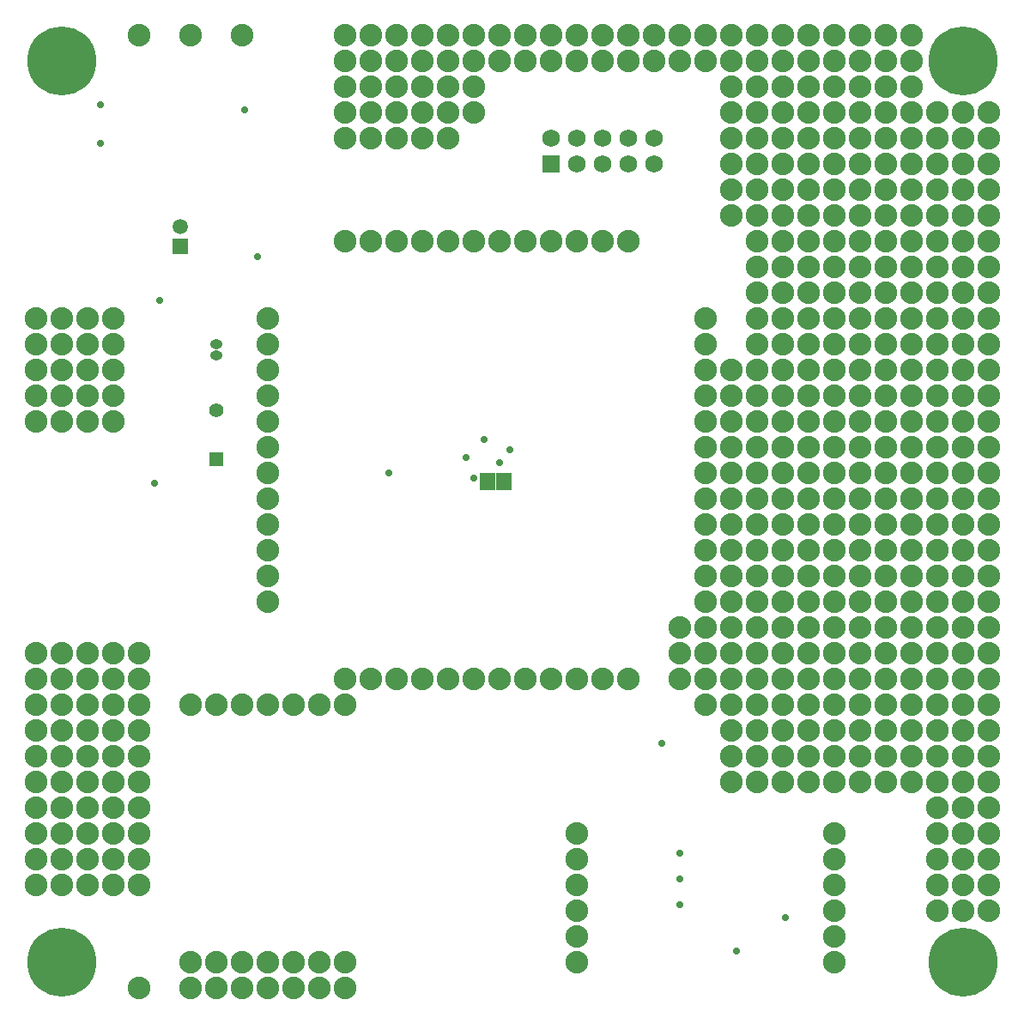
<source format=gbs>
G04 Layer_Color=8150272*
%FSLAX25Y25*%
%MOIN*%
G70*
G01*
G75*
%ADD48R,0.05918X0.06509*%
%ADD58C,0.05918*%
%ADD59R,0.05918X0.05918*%
%ADD60C,0.08800*%
%ADD61C,0.26784*%
%ADD62C,0.06800*%
%ADD63R,0.06800X0.06800*%
%ADD64R,0.05524X0.05524*%
%ADD65C,0.05524*%
%ADD66O,0.04737X0.03753*%
%ADD67C,0.02800*%
D48*
X231850Y246800D02*
D03*
X225550D02*
D03*
D58*
X106000Y345937D02*
D03*
D59*
Y338063D02*
D03*
D60*
X90000Y420000D02*
D03*
Y50000D02*
D03*
X170000D02*
D03*
Y60000D02*
D03*
X120000D02*
D03*
X110000D02*
D03*
X170000Y160000D02*
D03*
X160000D02*
D03*
X150000D02*
D03*
X140000D02*
D03*
X130000D02*
D03*
X120000D02*
D03*
X110000D02*
D03*
X160000Y50000D02*
D03*
Y60000D02*
D03*
X150000Y50000D02*
D03*
Y60000D02*
D03*
X140000Y50000D02*
D03*
Y60000D02*
D03*
X130000Y50000D02*
D03*
Y60000D02*
D03*
X120000Y50000D02*
D03*
X110000D02*
D03*
X260000Y60000D02*
D03*
Y70000D02*
D03*
Y80000D02*
D03*
Y90000D02*
D03*
Y100000D02*
D03*
Y110000D02*
D03*
X360000Y60000D02*
D03*
Y70000D02*
D03*
Y80000D02*
D03*
Y90000D02*
D03*
Y100000D02*
D03*
Y110000D02*
D03*
X140000Y250000D02*
D03*
X280000Y170000D02*
D03*
X200000D02*
D03*
X180000D02*
D03*
X170000D02*
D03*
X310000Y230000D02*
D03*
X140000Y200000D02*
D03*
Y210000D02*
D03*
Y260000D02*
D03*
Y270000D02*
D03*
Y280000D02*
D03*
Y300000D02*
D03*
X180000Y340000D02*
D03*
X210000D02*
D03*
X310000Y200000D02*
D03*
X310000Y210000D02*
D03*
Y220000D02*
D03*
X140000Y290000D02*
D03*
X310000Y240000D02*
D03*
X250000Y340000D02*
D03*
X310000Y250000D02*
D03*
X310000Y260000D02*
D03*
X310000Y270000D02*
D03*
Y280000D02*
D03*
X310000Y290000D02*
D03*
X280000Y340000D02*
D03*
X270000D02*
D03*
X260000Y340000D02*
D03*
X240000D02*
D03*
X230000Y340000D02*
D03*
X220000Y340000D02*
D03*
X200000D02*
D03*
X190000Y340000D02*
D03*
X310000Y300000D02*
D03*
X260016Y170000D02*
D03*
X250000D02*
D03*
X240000D02*
D03*
X230000D02*
D03*
X220000D02*
D03*
X210000D02*
D03*
X170000Y340000D02*
D03*
X190000Y170000D02*
D03*
X140000Y310000D02*
D03*
Y230000D02*
D03*
X270000Y170000D02*
D03*
X310000Y310000D02*
D03*
X140000Y240000D02*
D03*
Y220000D02*
D03*
X130000Y420000D02*
D03*
X110000D02*
D03*
X330000Y370000D02*
D03*
X340000D02*
D03*
X360000D02*
D03*
X350000D02*
D03*
X390000D02*
D03*
X380000D02*
D03*
X370000D02*
D03*
X400000D02*
D03*
X420000D02*
D03*
X410000D02*
D03*
Y360000D02*
D03*
X420000D02*
D03*
X400000D02*
D03*
X370000D02*
D03*
X380000D02*
D03*
X390000D02*
D03*
X350000D02*
D03*
X360000D02*
D03*
X340000D02*
D03*
X330000D02*
D03*
Y340000D02*
D03*
X340000D02*
D03*
X360000D02*
D03*
X350000D02*
D03*
X390000D02*
D03*
X380000D02*
D03*
X370000D02*
D03*
X400000D02*
D03*
X420000D02*
D03*
X410000D02*
D03*
Y350000D02*
D03*
X420000D02*
D03*
X400000D02*
D03*
X370000D02*
D03*
X380000D02*
D03*
X390000D02*
D03*
X350000D02*
D03*
X360000D02*
D03*
X340000D02*
D03*
X330000D02*
D03*
Y320000D02*
D03*
X340000D02*
D03*
X360000D02*
D03*
X350000D02*
D03*
X390000D02*
D03*
X380000D02*
D03*
X370000D02*
D03*
X400000D02*
D03*
X420000D02*
D03*
X410000D02*
D03*
Y330000D02*
D03*
X420000D02*
D03*
X400000D02*
D03*
X370000D02*
D03*
X380000D02*
D03*
X390000D02*
D03*
X350000D02*
D03*
X360000D02*
D03*
X340000D02*
D03*
X330000D02*
D03*
Y300000D02*
D03*
X340000D02*
D03*
X360000D02*
D03*
X350000D02*
D03*
X390000D02*
D03*
X380000D02*
D03*
X370000D02*
D03*
X400000D02*
D03*
X420000D02*
D03*
X410000D02*
D03*
Y310000D02*
D03*
X420000D02*
D03*
X400000D02*
D03*
X370000D02*
D03*
X380000D02*
D03*
X390000D02*
D03*
X350000D02*
D03*
X360000D02*
D03*
X340000D02*
D03*
X330000D02*
D03*
Y280000D02*
D03*
X340000D02*
D03*
X360000D02*
D03*
X350000D02*
D03*
X390000D02*
D03*
X380000D02*
D03*
X370000D02*
D03*
X400000D02*
D03*
X420000D02*
D03*
X410000D02*
D03*
Y290000D02*
D03*
X420000D02*
D03*
X400000D02*
D03*
X370000D02*
D03*
X380000D02*
D03*
X390000D02*
D03*
X350000D02*
D03*
X360000D02*
D03*
X340000D02*
D03*
X330000D02*
D03*
Y380000D02*
D03*
X340000D02*
D03*
X360000D02*
D03*
X350000D02*
D03*
X390000D02*
D03*
X380000D02*
D03*
X370000D02*
D03*
X400000D02*
D03*
X420000D02*
D03*
X410000D02*
D03*
Y390000D02*
D03*
X420000D02*
D03*
X400000D02*
D03*
X370000D02*
D03*
X380000D02*
D03*
X390000D02*
D03*
X350000D02*
D03*
X360000D02*
D03*
X340000D02*
D03*
X330000D02*
D03*
Y210000D02*
D03*
X340000D02*
D03*
X360000D02*
D03*
X350000D02*
D03*
X390000D02*
D03*
X380000D02*
D03*
X370000D02*
D03*
X400000D02*
D03*
X420000D02*
D03*
X410000D02*
D03*
Y200000D02*
D03*
X420000D02*
D03*
X400000D02*
D03*
X370000D02*
D03*
X380000D02*
D03*
X390000D02*
D03*
X350000D02*
D03*
X360000D02*
D03*
X340000D02*
D03*
X330000D02*
D03*
Y230000D02*
D03*
X340000D02*
D03*
X360000D02*
D03*
X350000D02*
D03*
X390000D02*
D03*
X380000D02*
D03*
X370000D02*
D03*
X400000D02*
D03*
X420000D02*
D03*
X410000D02*
D03*
Y220000D02*
D03*
X420000D02*
D03*
X400000D02*
D03*
X370000D02*
D03*
X380000D02*
D03*
X390000D02*
D03*
X350000D02*
D03*
X360000D02*
D03*
X340000D02*
D03*
X330000D02*
D03*
Y250000D02*
D03*
X340000D02*
D03*
X360000D02*
D03*
X350000D02*
D03*
X390000D02*
D03*
X380000D02*
D03*
X370000D02*
D03*
X400000D02*
D03*
X420000D02*
D03*
X410000D02*
D03*
Y240000D02*
D03*
X420000D02*
D03*
X400000D02*
D03*
X370000D02*
D03*
X380000D02*
D03*
X390000D02*
D03*
X350000D02*
D03*
X360000D02*
D03*
X340000D02*
D03*
X330000D02*
D03*
Y270000D02*
D03*
X340000D02*
D03*
X360000D02*
D03*
X350000D02*
D03*
X390000D02*
D03*
X380000D02*
D03*
X370000D02*
D03*
X400000D02*
D03*
X420000D02*
D03*
X410000D02*
D03*
Y260000D02*
D03*
X420000D02*
D03*
X400000D02*
D03*
X370000D02*
D03*
X380000D02*
D03*
X390000D02*
D03*
X350000D02*
D03*
X360000D02*
D03*
X340000D02*
D03*
X330000D02*
D03*
Y180000D02*
D03*
X340000D02*
D03*
X360000D02*
D03*
X350000D02*
D03*
X390000D02*
D03*
X380000D02*
D03*
X370000D02*
D03*
X400000D02*
D03*
X420000D02*
D03*
X410000D02*
D03*
Y190000D02*
D03*
X420000D02*
D03*
X400000D02*
D03*
X370000D02*
D03*
X380000D02*
D03*
X390000D02*
D03*
X350000D02*
D03*
X360000D02*
D03*
X340000D02*
D03*
X330000D02*
D03*
Y160000D02*
D03*
X340000D02*
D03*
X360000D02*
D03*
X350000D02*
D03*
X390000D02*
D03*
X380000D02*
D03*
X370000D02*
D03*
X400000D02*
D03*
X420000D02*
D03*
X410000D02*
D03*
Y170000D02*
D03*
X420000D02*
D03*
X400000D02*
D03*
X370000D02*
D03*
X380000D02*
D03*
X390000D02*
D03*
X350000D02*
D03*
X360000D02*
D03*
X340000D02*
D03*
X330000D02*
D03*
Y140000D02*
D03*
X340000D02*
D03*
X360000D02*
D03*
X350000D02*
D03*
X390000D02*
D03*
X380000D02*
D03*
X370000D02*
D03*
X400000D02*
D03*
X420000D02*
D03*
X410000D02*
D03*
Y130000D02*
D03*
X420000D02*
D03*
X400000D02*
D03*
X370000D02*
D03*
X380000D02*
D03*
X390000D02*
D03*
X350000D02*
D03*
X360000D02*
D03*
X340000D02*
D03*
X330000D02*
D03*
X410000Y150000D02*
D03*
X420000D02*
D03*
X400000D02*
D03*
X370000D02*
D03*
X380000D02*
D03*
X390000D02*
D03*
X350000D02*
D03*
X360000D02*
D03*
X340000D02*
D03*
X330000D02*
D03*
X320000D02*
D03*
Y130000D02*
D03*
Y140000D02*
D03*
Y170000D02*
D03*
Y160000D02*
D03*
Y190000D02*
D03*
Y180000D02*
D03*
Y260000D02*
D03*
Y270000D02*
D03*
Y240000D02*
D03*
Y250000D02*
D03*
Y220000D02*
D03*
Y230000D02*
D03*
Y200000D02*
D03*
Y210000D02*
D03*
Y290000D02*
D03*
Y280000D02*
D03*
X330000Y420000D02*
D03*
X340000D02*
D03*
X360000D02*
D03*
X350000D02*
D03*
X390000D02*
D03*
X380000D02*
D03*
X370000D02*
D03*
Y410000D02*
D03*
X380000D02*
D03*
X390000D02*
D03*
X350000D02*
D03*
X360000D02*
D03*
X340000D02*
D03*
X330000D02*
D03*
X370000Y400000D02*
D03*
X380000D02*
D03*
X390000D02*
D03*
X350000D02*
D03*
X360000D02*
D03*
X340000D02*
D03*
X330000D02*
D03*
X400000Y90000D02*
D03*
X420000D02*
D03*
X410000D02*
D03*
Y80000D02*
D03*
X420000D02*
D03*
X400000D02*
D03*
Y110000D02*
D03*
X420000D02*
D03*
X410000D02*
D03*
Y100000D02*
D03*
X420000D02*
D03*
X400000D02*
D03*
X410000Y120000D02*
D03*
X420000D02*
D03*
X400000D02*
D03*
X260000Y410000D02*
D03*
X270000D02*
D03*
X290000D02*
D03*
X280000D02*
D03*
X320000D02*
D03*
X310000D02*
D03*
X300000D02*
D03*
Y420000D02*
D03*
X310000D02*
D03*
X320000D02*
D03*
X280000D02*
D03*
X290000D02*
D03*
X270000D02*
D03*
X260000D02*
D03*
X190000Y410000D02*
D03*
X200000D02*
D03*
X220000D02*
D03*
X210000D02*
D03*
X250000D02*
D03*
X240000D02*
D03*
X230000D02*
D03*
Y420000D02*
D03*
X240000D02*
D03*
X250000D02*
D03*
X210000D02*
D03*
X220000D02*
D03*
X200000D02*
D03*
X190000D02*
D03*
X170000Y390000D02*
D03*
X190000D02*
D03*
X180000D02*
D03*
X220000D02*
D03*
X210000D02*
D03*
X200000D02*
D03*
Y400000D02*
D03*
X210000D02*
D03*
X220000D02*
D03*
X180000D02*
D03*
X190000D02*
D03*
X170000D02*
D03*
Y420000D02*
D03*
X180000D02*
D03*
Y410000D02*
D03*
X170000D02*
D03*
X200000Y380000D02*
D03*
X210000D02*
D03*
X180000D02*
D03*
X190000D02*
D03*
X170000D02*
D03*
X320000Y400000D02*
D03*
Y390000D02*
D03*
Y360000D02*
D03*
Y370000D02*
D03*
Y380000D02*
D03*
Y350000D02*
D03*
X310000Y180000D02*
D03*
Y190000D02*
D03*
Y160000D02*
D03*
Y170000D02*
D03*
X300000Y180000D02*
D03*
Y190000D02*
D03*
Y170000D02*
D03*
X60000Y90000D02*
D03*
X50000D02*
D03*
X70000D02*
D03*
X90000D02*
D03*
X80000D02*
D03*
X60000Y110000D02*
D03*
X50000D02*
D03*
X70000D02*
D03*
X90000D02*
D03*
X80000D02*
D03*
Y100000D02*
D03*
X90000D02*
D03*
X70000D02*
D03*
X50000D02*
D03*
X60000D02*
D03*
Y180000D02*
D03*
X50000D02*
D03*
X70000D02*
D03*
X90000D02*
D03*
X80000D02*
D03*
X60000Y160000D02*
D03*
X50000D02*
D03*
X70000D02*
D03*
X90000D02*
D03*
X80000D02*
D03*
Y170000D02*
D03*
X90000D02*
D03*
X70000D02*
D03*
X50000D02*
D03*
X60000D02*
D03*
Y140000D02*
D03*
X50000D02*
D03*
X70000D02*
D03*
X90000D02*
D03*
X80000D02*
D03*
Y150000D02*
D03*
X90000D02*
D03*
X70000D02*
D03*
X50000D02*
D03*
X60000D02*
D03*
Y120000D02*
D03*
X50000D02*
D03*
X70000D02*
D03*
X90000D02*
D03*
X80000D02*
D03*
Y130000D02*
D03*
X90000D02*
D03*
X70000D02*
D03*
X50000D02*
D03*
X60000D02*
D03*
X50000Y300000D02*
D03*
X60000D02*
D03*
X80000D02*
D03*
X70000D02*
D03*
Y290000D02*
D03*
X80000D02*
D03*
X60000D02*
D03*
X50000D02*
D03*
X70000Y310000D02*
D03*
X80000D02*
D03*
X60000D02*
D03*
X50000D02*
D03*
Y270000D02*
D03*
X60000D02*
D03*
X80000D02*
D03*
X70000D02*
D03*
Y280000D02*
D03*
X80000D02*
D03*
X60000D02*
D03*
X50000D02*
D03*
D61*
X410000Y410000D02*
D03*
Y60000D02*
D03*
X60000D02*
D03*
Y410000D02*
D03*
D62*
X290000Y380000D02*
D03*
Y370000D02*
D03*
X280000Y380000D02*
D03*
Y370000D02*
D03*
X250000Y380000D02*
D03*
X260000Y370000D02*
D03*
Y380000D02*
D03*
X270000Y370000D02*
D03*
Y380000D02*
D03*
D63*
X250000Y370000D02*
D03*
D64*
X120000Y255394D02*
D03*
D65*
X120000Y274606D02*
D03*
D66*
X120000Y300165D02*
D03*
Y295835D02*
D03*
D67*
X234000Y259000D02*
D03*
X230000Y254000D02*
D03*
X224000Y263000D02*
D03*
X220000Y248000D02*
D03*
X98000Y317000D02*
D03*
X136000Y334000D02*
D03*
X75000Y378000D02*
D03*
X293000Y145000D02*
D03*
X217000Y256000D02*
D03*
X341098Y77500D02*
D03*
X300114Y82500D02*
D03*
X300106Y92492D02*
D03*
Y102492D02*
D03*
X322106Y64492D02*
D03*
X96000Y246000D02*
D03*
X75000Y393000D02*
D03*
X131000Y391000D02*
D03*
X187000Y250000D02*
D03*
M02*

</source>
